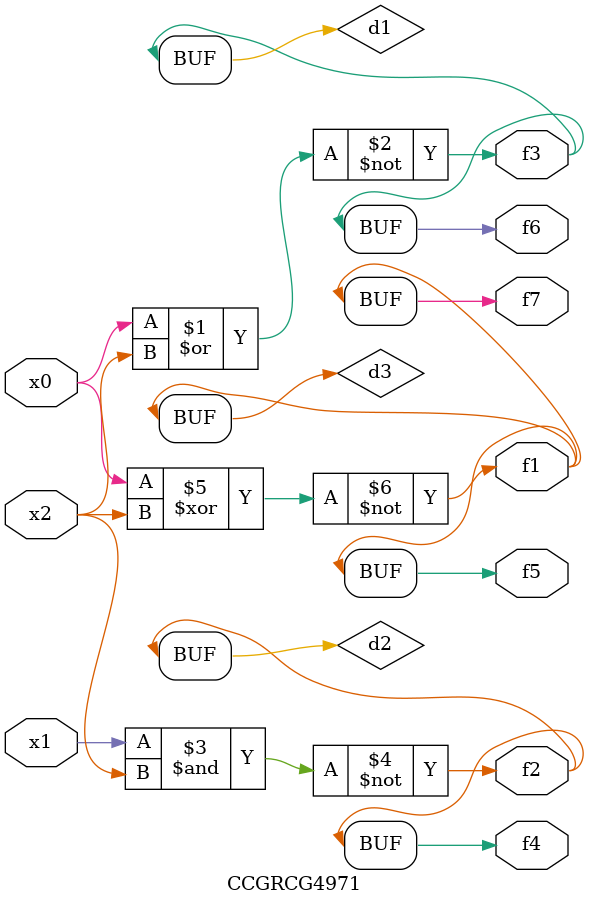
<source format=v>
module CCGRCG4971(
	input x0, x1, x2,
	output f1, f2, f3, f4, f5, f6, f7
);

	wire d1, d2, d3;

	nor (d1, x0, x2);
	nand (d2, x1, x2);
	xnor (d3, x0, x2);
	assign f1 = d3;
	assign f2 = d2;
	assign f3 = d1;
	assign f4 = d2;
	assign f5 = d3;
	assign f6 = d1;
	assign f7 = d3;
endmodule

</source>
